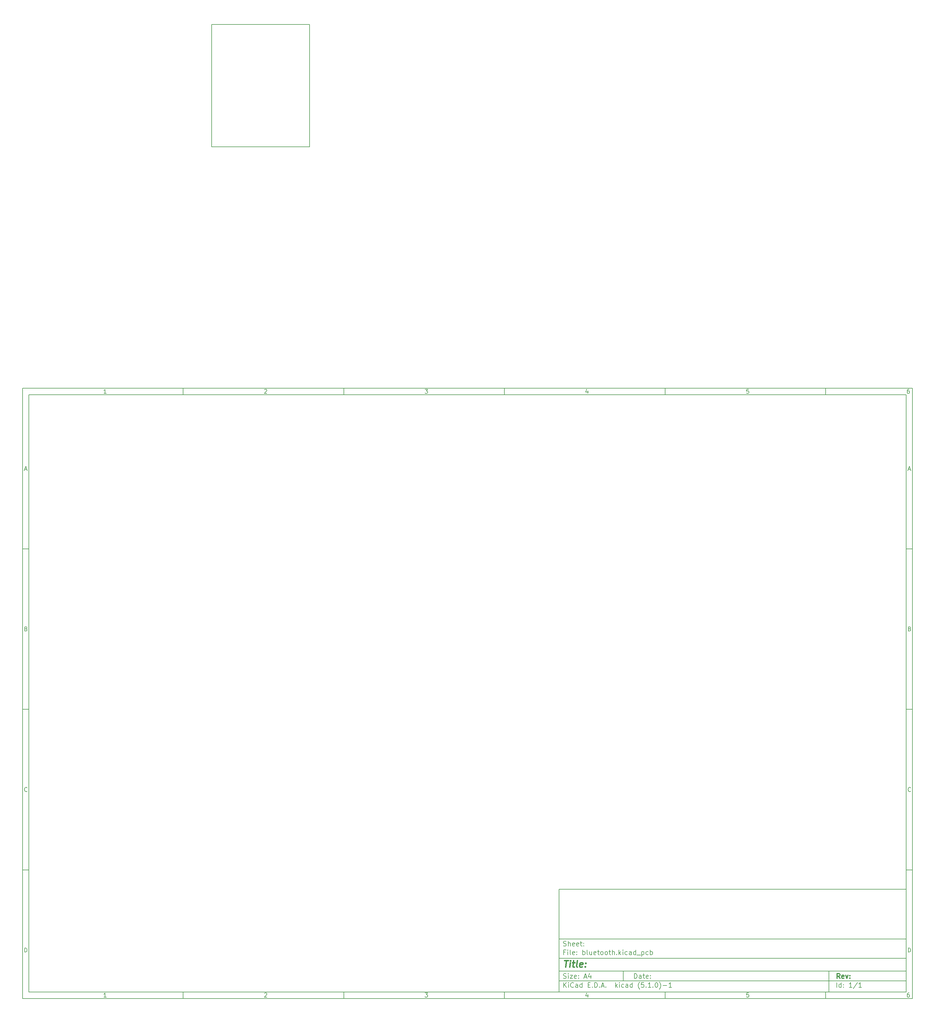
<source format=gbr>
G04 #@! TF.GenerationSoftware,KiCad,Pcbnew,(5.1.0)-1*
G04 #@! TF.CreationDate,2019-07-07T14:12:54+03:00*
G04 #@! TF.ProjectId,bluetooth,626c7565-746f-46f7-9468-2e6b69636164,rev?*
G04 #@! TF.SameCoordinates,Original*
G04 #@! TF.FileFunction,Profile,NP*
%FSLAX46Y46*%
G04 Gerber Fmt 4.6, Leading zero omitted, Abs format (unit mm)*
G04 Created by KiCad (PCBNEW (5.1.0)-1) date 2019-07-07 14:12:54*
%MOMM*%
%LPD*%
G04 APERTURE LIST*
%ADD10C,0.100000*%
%ADD11C,0.150000*%
%ADD12C,0.300000*%
%ADD13C,0.400000*%
%ADD14C,0.152400*%
G04 APERTURE END LIST*
D10*
D11*
X177002200Y-166007200D02*
X177002200Y-198007200D01*
X285002200Y-198007200D01*
X285002200Y-166007200D01*
X177002200Y-166007200D01*
D10*
D11*
X10000000Y-10000000D02*
X10000000Y-200007200D01*
X287002200Y-200007200D01*
X287002200Y-10000000D01*
X10000000Y-10000000D01*
D10*
D11*
X12000000Y-12000000D02*
X12000000Y-198007200D01*
X285002200Y-198007200D01*
X285002200Y-12000000D01*
X12000000Y-12000000D01*
D10*
D11*
X60000000Y-12000000D02*
X60000000Y-10000000D01*
D10*
D11*
X110000000Y-12000000D02*
X110000000Y-10000000D01*
D10*
D11*
X160000000Y-12000000D02*
X160000000Y-10000000D01*
D10*
D11*
X210000000Y-12000000D02*
X210000000Y-10000000D01*
D10*
D11*
X260000000Y-12000000D02*
X260000000Y-10000000D01*
D10*
D11*
X36065476Y-11588095D02*
X35322619Y-11588095D01*
X35694047Y-11588095D02*
X35694047Y-10288095D01*
X35570238Y-10473809D01*
X35446428Y-10597619D01*
X35322619Y-10659523D01*
D10*
D11*
X85322619Y-10411904D02*
X85384523Y-10350000D01*
X85508333Y-10288095D01*
X85817857Y-10288095D01*
X85941666Y-10350000D01*
X86003571Y-10411904D01*
X86065476Y-10535714D01*
X86065476Y-10659523D01*
X86003571Y-10845238D01*
X85260714Y-11588095D01*
X86065476Y-11588095D01*
D10*
D11*
X135260714Y-10288095D02*
X136065476Y-10288095D01*
X135632142Y-10783333D01*
X135817857Y-10783333D01*
X135941666Y-10845238D01*
X136003571Y-10907142D01*
X136065476Y-11030952D01*
X136065476Y-11340476D01*
X136003571Y-11464285D01*
X135941666Y-11526190D01*
X135817857Y-11588095D01*
X135446428Y-11588095D01*
X135322619Y-11526190D01*
X135260714Y-11464285D01*
D10*
D11*
X185941666Y-10721428D02*
X185941666Y-11588095D01*
X185632142Y-10226190D02*
X185322619Y-11154761D01*
X186127380Y-11154761D01*
D10*
D11*
X236003571Y-10288095D02*
X235384523Y-10288095D01*
X235322619Y-10907142D01*
X235384523Y-10845238D01*
X235508333Y-10783333D01*
X235817857Y-10783333D01*
X235941666Y-10845238D01*
X236003571Y-10907142D01*
X236065476Y-11030952D01*
X236065476Y-11340476D01*
X236003571Y-11464285D01*
X235941666Y-11526190D01*
X235817857Y-11588095D01*
X235508333Y-11588095D01*
X235384523Y-11526190D01*
X235322619Y-11464285D01*
D10*
D11*
X285941666Y-10288095D02*
X285694047Y-10288095D01*
X285570238Y-10350000D01*
X285508333Y-10411904D01*
X285384523Y-10597619D01*
X285322619Y-10845238D01*
X285322619Y-11340476D01*
X285384523Y-11464285D01*
X285446428Y-11526190D01*
X285570238Y-11588095D01*
X285817857Y-11588095D01*
X285941666Y-11526190D01*
X286003571Y-11464285D01*
X286065476Y-11340476D01*
X286065476Y-11030952D01*
X286003571Y-10907142D01*
X285941666Y-10845238D01*
X285817857Y-10783333D01*
X285570238Y-10783333D01*
X285446428Y-10845238D01*
X285384523Y-10907142D01*
X285322619Y-11030952D01*
D10*
D11*
X60000000Y-198007200D02*
X60000000Y-200007200D01*
D10*
D11*
X110000000Y-198007200D02*
X110000000Y-200007200D01*
D10*
D11*
X160000000Y-198007200D02*
X160000000Y-200007200D01*
D10*
D11*
X210000000Y-198007200D02*
X210000000Y-200007200D01*
D10*
D11*
X260000000Y-198007200D02*
X260000000Y-200007200D01*
D10*
D11*
X36065476Y-199595295D02*
X35322619Y-199595295D01*
X35694047Y-199595295D02*
X35694047Y-198295295D01*
X35570238Y-198481009D01*
X35446428Y-198604819D01*
X35322619Y-198666723D01*
D10*
D11*
X85322619Y-198419104D02*
X85384523Y-198357200D01*
X85508333Y-198295295D01*
X85817857Y-198295295D01*
X85941666Y-198357200D01*
X86003571Y-198419104D01*
X86065476Y-198542914D01*
X86065476Y-198666723D01*
X86003571Y-198852438D01*
X85260714Y-199595295D01*
X86065476Y-199595295D01*
D10*
D11*
X135260714Y-198295295D02*
X136065476Y-198295295D01*
X135632142Y-198790533D01*
X135817857Y-198790533D01*
X135941666Y-198852438D01*
X136003571Y-198914342D01*
X136065476Y-199038152D01*
X136065476Y-199347676D01*
X136003571Y-199471485D01*
X135941666Y-199533390D01*
X135817857Y-199595295D01*
X135446428Y-199595295D01*
X135322619Y-199533390D01*
X135260714Y-199471485D01*
D10*
D11*
X185941666Y-198728628D02*
X185941666Y-199595295D01*
X185632142Y-198233390D02*
X185322619Y-199161961D01*
X186127380Y-199161961D01*
D10*
D11*
X236003571Y-198295295D02*
X235384523Y-198295295D01*
X235322619Y-198914342D01*
X235384523Y-198852438D01*
X235508333Y-198790533D01*
X235817857Y-198790533D01*
X235941666Y-198852438D01*
X236003571Y-198914342D01*
X236065476Y-199038152D01*
X236065476Y-199347676D01*
X236003571Y-199471485D01*
X235941666Y-199533390D01*
X235817857Y-199595295D01*
X235508333Y-199595295D01*
X235384523Y-199533390D01*
X235322619Y-199471485D01*
D10*
D11*
X285941666Y-198295295D02*
X285694047Y-198295295D01*
X285570238Y-198357200D01*
X285508333Y-198419104D01*
X285384523Y-198604819D01*
X285322619Y-198852438D01*
X285322619Y-199347676D01*
X285384523Y-199471485D01*
X285446428Y-199533390D01*
X285570238Y-199595295D01*
X285817857Y-199595295D01*
X285941666Y-199533390D01*
X286003571Y-199471485D01*
X286065476Y-199347676D01*
X286065476Y-199038152D01*
X286003571Y-198914342D01*
X285941666Y-198852438D01*
X285817857Y-198790533D01*
X285570238Y-198790533D01*
X285446428Y-198852438D01*
X285384523Y-198914342D01*
X285322619Y-199038152D01*
D10*
D11*
X10000000Y-60000000D02*
X12000000Y-60000000D01*
D10*
D11*
X10000000Y-110000000D02*
X12000000Y-110000000D01*
D10*
D11*
X10000000Y-160000000D02*
X12000000Y-160000000D01*
D10*
D11*
X10690476Y-35216666D02*
X11309523Y-35216666D01*
X10566666Y-35588095D02*
X11000000Y-34288095D01*
X11433333Y-35588095D01*
D10*
D11*
X11092857Y-84907142D02*
X11278571Y-84969047D01*
X11340476Y-85030952D01*
X11402380Y-85154761D01*
X11402380Y-85340476D01*
X11340476Y-85464285D01*
X11278571Y-85526190D01*
X11154761Y-85588095D01*
X10659523Y-85588095D01*
X10659523Y-84288095D01*
X11092857Y-84288095D01*
X11216666Y-84350000D01*
X11278571Y-84411904D01*
X11340476Y-84535714D01*
X11340476Y-84659523D01*
X11278571Y-84783333D01*
X11216666Y-84845238D01*
X11092857Y-84907142D01*
X10659523Y-84907142D01*
D10*
D11*
X11402380Y-135464285D02*
X11340476Y-135526190D01*
X11154761Y-135588095D01*
X11030952Y-135588095D01*
X10845238Y-135526190D01*
X10721428Y-135402380D01*
X10659523Y-135278571D01*
X10597619Y-135030952D01*
X10597619Y-134845238D01*
X10659523Y-134597619D01*
X10721428Y-134473809D01*
X10845238Y-134350000D01*
X11030952Y-134288095D01*
X11154761Y-134288095D01*
X11340476Y-134350000D01*
X11402380Y-134411904D01*
D10*
D11*
X10659523Y-185588095D02*
X10659523Y-184288095D01*
X10969047Y-184288095D01*
X11154761Y-184350000D01*
X11278571Y-184473809D01*
X11340476Y-184597619D01*
X11402380Y-184845238D01*
X11402380Y-185030952D01*
X11340476Y-185278571D01*
X11278571Y-185402380D01*
X11154761Y-185526190D01*
X10969047Y-185588095D01*
X10659523Y-185588095D01*
D10*
D11*
X287002200Y-60000000D02*
X285002200Y-60000000D01*
D10*
D11*
X287002200Y-110000000D02*
X285002200Y-110000000D01*
D10*
D11*
X287002200Y-160000000D02*
X285002200Y-160000000D01*
D10*
D11*
X285692676Y-35216666D02*
X286311723Y-35216666D01*
X285568866Y-35588095D02*
X286002200Y-34288095D01*
X286435533Y-35588095D01*
D10*
D11*
X286095057Y-84907142D02*
X286280771Y-84969047D01*
X286342676Y-85030952D01*
X286404580Y-85154761D01*
X286404580Y-85340476D01*
X286342676Y-85464285D01*
X286280771Y-85526190D01*
X286156961Y-85588095D01*
X285661723Y-85588095D01*
X285661723Y-84288095D01*
X286095057Y-84288095D01*
X286218866Y-84350000D01*
X286280771Y-84411904D01*
X286342676Y-84535714D01*
X286342676Y-84659523D01*
X286280771Y-84783333D01*
X286218866Y-84845238D01*
X286095057Y-84907142D01*
X285661723Y-84907142D01*
D10*
D11*
X286404580Y-135464285D02*
X286342676Y-135526190D01*
X286156961Y-135588095D01*
X286033152Y-135588095D01*
X285847438Y-135526190D01*
X285723628Y-135402380D01*
X285661723Y-135278571D01*
X285599819Y-135030952D01*
X285599819Y-134845238D01*
X285661723Y-134597619D01*
X285723628Y-134473809D01*
X285847438Y-134350000D01*
X286033152Y-134288095D01*
X286156961Y-134288095D01*
X286342676Y-134350000D01*
X286404580Y-134411904D01*
D10*
D11*
X285661723Y-185588095D02*
X285661723Y-184288095D01*
X285971247Y-184288095D01*
X286156961Y-184350000D01*
X286280771Y-184473809D01*
X286342676Y-184597619D01*
X286404580Y-184845238D01*
X286404580Y-185030952D01*
X286342676Y-185278571D01*
X286280771Y-185402380D01*
X286156961Y-185526190D01*
X285971247Y-185588095D01*
X285661723Y-185588095D01*
D10*
D11*
X200434342Y-193785771D02*
X200434342Y-192285771D01*
X200791485Y-192285771D01*
X201005771Y-192357200D01*
X201148628Y-192500057D01*
X201220057Y-192642914D01*
X201291485Y-192928628D01*
X201291485Y-193142914D01*
X201220057Y-193428628D01*
X201148628Y-193571485D01*
X201005771Y-193714342D01*
X200791485Y-193785771D01*
X200434342Y-193785771D01*
X202577200Y-193785771D02*
X202577200Y-193000057D01*
X202505771Y-192857200D01*
X202362914Y-192785771D01*
X202077200Y-192785771D01*
X201934342Y-192857200D01*
X202577200Y-193714342D02*
X202434342Y-193785771D01*
X202077200Y-193785771D01*
X201934342Y-193714342D01*
X201862914Y-193571485D01*
X201862914Y-193428628D01*
X201934342Y-193285771D01*
X202077200Y-193214342D01*
X202434342Y-193214342D01*
X202577200Y-193142914D01*
X203077200Y-192785771D02*
X203648628Y-192785771D01*
X203291485Y-192285771D02*
X203291485Y-193571485D01*
X203362914Y-193714342D01*
X203505771Y-193785771D01*
X203648628Y-193785771D01*
X204720057Y-193714342D02*
X204577200Y-193785771D01*
X204291485Y-193785771D01*
X204148628Y-193714342D01*
X204077200Y-193571485D01*
X204077200Y-193000057D01*
X204148628Y-192857200D01*
X204291485Y-192785771D01*
X204577200Y-192785771D01*
X204720057Y-192857200D01*
X204791485Y-193000057D01*
X204791485Y-193142914D01*
X204077200Y-193285771D01*
X205434342Y-193642914D02*
X205505771Y-193714342D01*
X205434342Y-193785771D01*
X205362914Y-193714342D01*
X205434342Y-193642914D01*
X205434342Y-193785771D01*
X205434342Y-192857200D02*
X205505771Y-192928628D01*
X205434342Y-193000057D01*
X205362914Y-192928628D01*
X205434342Y-192857200D01*
X205434342Y-193000057D01*
D10*
D11*
X177002200Y-194507200D02*
X285002200Y-194507200D01*
D10*
D11*
X178434342Y-196585771D02*
X178434342Y-195085771D01*
X179291485Y-196585771D02*
X178648628Y-195728628D01*
X179291485Y-195085771D02*
X178434342Y-195942914D01*
X179934342Y-196585771D02*
X179934342Y-195585771D01*
X179934342Y-195085771D02*
X179862914Y-195157200D01*
X179934342Y-195228628D01*
X180005771Y-195157200D01*
X179934342Y-195085771D01*
X179934342Y-195228628D01*
X181505771Y-196442914D02*
X181434342Y-196514342D01*
X181220057Y-196585771D01*
X181077200Y-196585771D01*
X180862914Y-196514342D01*
X180720057Y-196371485D01*
X180648628Y-196228628D01*
X180577200Y-195942914D01*
X180577200Y-195728628D01*
X180648628Y-195442914D01*
X180720057Y-195300057D01*
X180862914Y-195157200D01*
X181077200Y-195085771D01*
X181220057Y-195085771D01*
X181434342Y-195157200D01*
X181505771Y-195228628D01*
X182791485Y-196585771D02*
X182791485Y-195800057D01*
X182720057Y-195657200D01*
X182577200Y-195585771D01*
X182291485Y-195585771D01*
X182148628Y-195657200D01*
X182791485Y-196514342D02*
X182648628Y-196585771D01*
X182291485Y-196585771D01*
X182148628Y-196514342D01*
X182077200Y-196371485D01*
X182077200Y-196228628D01*
X182148628Y-196085771D01*
X182291485Y-196014342D01*
X182648628Y-196014342D01*
X182791485Y-195942914D01*
X184148628Y-196585771D02*
X184148628Y-195085771D01*
X184148628Y-196514342D02*
X184005771Y-196585771D01*
X183720057Y-196585771D01*
X183577200Y-196514342D01*
X183505771Y-196442914D01*
X183434342Y-196300057D01*
X183434342Y-195871485D01*
X183505771Y-195728628D01*
X183577200Y-195657200D01*
X183720057Y-195585771D01*
X184005771Y-195585771D01*
X184148628Y-195657200D01*
X186005771Y-195800057D02*
X186505771Y-195800057D01*
X186720057Y-196585771D02*
X186005771Y-196585771D01*
X186005771Y-195085771D01*
X186720057Y-195085771D01*
X187362914Y-196442914D02*
X187434342Y-196514342D01*
X187362914Y-196585771D01*
X187291485Y-196514342D01*
X187362914Y-196442914D01*
X187362914Y-196585771D01*
X188077200Y-196585771D02*
X188077200Y-195085771D01*
X188434342Y-195085771D01*
X188648628Y-195157200D01*
X188791485Y-195300057D01*
X188862914Y-195442914D01*
X188934342Y-195728628D01*
X188934342Y-195942914D01*
X188862914Y-196228628D01*
X188791485Y-196371485D01*
X188648628Y-196514342D01*
X188434342Y-196585771D01*
X188077200Y-196585771D01*
X189577200Y-196442914D02*
X189648628Y-196514342D01*
X189577200Y-196585771D01*
X189505771Y-196514342D01*
X189577200Y-196442914D01*
X189577200Y-196585771D01*
X190220057Y-196157200D02*
X190934342Y-196157200D01*
X190077200Y-196585771D02*
X190577200Y-195085771D01*
X191077200Y-196585771D01*
X191577200Y-196442914D02*
X191648628Y-196514342D01*
X191577200Y-196585771D01*
X191505771Y-196514342D01*
X191577200Y-196442914D01*
X191577200Y-196585771D01*
X194577200Y-196585771D02*
X194577200Y-195085771D01*
X194720057Y-196014342D02*
X195148628Y-196585771D01*
X195148628Y-195585771D02*
X194577200Y-196157200D01*
X195791485Y-196585771D02*
X195791485Y-195585771D01*
X195791485Y-195085771D02*
X195720057Y-195157200D01*
X195791485Y-195228628D01*
X195862914Y-195157200D01*
X195791485Y-195085771D01*
X195791485Y-195228628D01*
X197148628Y-196514342D02*
X197005771Y-196585771D01*
X196720057Y-196585771D01*
X196577200Y-196514342D01*
X196505771Y-196442914D01*
X196434342Y-196300057D01*
X196434342Y-195871485D01*
X196505771Y-195728628D01*
X196577200Y-195657200D01*
X196720057Y-195585771D01*
X197005771Y-195585771D01*
X197148628Y-195657200D01*
X198434342Y-196585771D02*
X198434342Y-195800057D01*
X198362914Y-195657200D01*
X198220057Y-195585771D01*
X197934342Y-195585771D01*
X197791485Y-195657200D01*
X198434342Y-196514342D02*
X198291485Y-196585771D01*
X197934342Y-196585771D01*
X197791485Y-196514342D01*
X197720057Y-196371485D01*
X197720057Y-196228628D01*
X197791485Y-196085771D01*
X197934342Y-196014342D01*
X198291485Y-196014342D01*
X198434342Y-195942914D01*
X199791485Y-196585771D02*
X199791485Y-195085771D01*
X199791485Y-196514342D02*
X199648628Y-196585771D01*
X199362914Y-196585771D01*
X199220057Y-196514342D01*
X199148628Y-196442914D01*
X199077200Y-196300057D01*
X199077200Y-195871485D01*
X199148628Y-195728628D01*
X199220057Y-195657200D01*
X199362914Y-195585771D01*
X199648628Y-195585771D01*
X199791485Y-195657200D01*
X202077200Y-197157200D02*
X202005771Y-197085771D01*
X201862914Y-196871485D01*
X201791485Y-196728628D01*
X201720057Y-196514342D01*
X201648628Y-196157200D01*
X201648628Y-195871485D01*
X201720057Y-195514342D01*
X201791485Y-195300057D01*
X201862914Y-195157200D01*
X202005771Y-194942914D01*
X202077200Y-194871485D01*
X203362914Y-195085771D02*
X202648628Y-195085771D01*
X202577200Y-195800057D01*
X202648628Y-195728628D01*
X202791485Y-195657200D01*
X203148628Y-195657200D01*
X203291485Y-195728628D01*
X203362914Y-195800057D01*
X203434342Y-195942914D01*
X203434342Y-196300057D01*
X203362914Y-196442914D01*
X203291485Y-196514342D01*
X203148628Y-196585771D01*
X202791485Y-196585771D01*
X202648628Y-196514342D01*
X202577200Y-196442914D01*
X204077200Y-196442914D02*
X204148628Y-196514342D01*
X204077200Y-196585771D01*
X204005771Y-196514342D01*
X204077200Y-196442914D01*
X204077200Y-196585771D01*
X205577200Y-196585771D02*
X204720057Y-196585771D01*
X205148628Y-196585771D02*
X205148628Y-195085771D01*
X205005771Y-195300057D01*
X204862914Y-195442914D01*
X204720057Y-195514342D01*
X206220057Y-196442914D02*
X206291485Y-196514342D01*
X206220057Y-196585771D01*
X206148628Y-196514342D01*
X206220057Y-196442914D01*
X206220057Y-196585771D01*
X207220057Y-195085771D02*
X207362914Y-195085771D01*
X207505771Y-195157200D01*
X207577200Y-195228628D01*
X207648628Y-195371485D01*
X207720057Y-195657200D01*
X207720057Y-196014342D01*
X207648628Y-196300057D01*
X207577200Y-196442914D01*
X207505771Y-196514342D01*
X207362914Y-196585771D01*
X207220057Y-196585771D01*
X207077200Y-196514342D01*
X207005771Y-196442914D01*
X206934342Y-196300057D01*
X206862914Y-196014342D01*
X206862914Y-195657200D01*
X206934342Y-195371485D01*
X207005771Y-195228628D01*
X207077200Y-195157200D01*
X207220057Y-195085771D01*
X208220057Y-197157200D02*
X208291485Y-197085771D01*
X208434342Y-196871485D01*
X208505771Y-196728628D01*
X208577200Y-196514342D01*
X208648628Y-196157200D01*
X208648628Y-195871485D01*
X208577200Y-195514342D01*
X208505771Y-195300057D01*
X208434342Y-195157200D01*
X208291485Y-194942914D01*
X208220057Y-194871485D01*
X209362914Y-196014342D02*
X210505771Y-196014342D01*
X212005771Y-196585771D02*
X211148628Y-196585771D01*
X211577200Y-196585771D02*
X211577200Y-195085771D01*
X211434342Y-195300057D01*
X211291485Y-195442914D01*
X211148628Y-195514342D01*
D10*
D11*
X177002200Y-191507200D02*
X285002200Y-191507200D01*
D10*
D12*
X264411485Y-193785771D02*
X263911485Y-193071485D01*
X263554342Y-193785771D02*
X263554342Y-192285771D01*
X264125771Y-192285771D01*
X264268628Y-192357200D01*
X264340057Y-192428628D01*
X264411485Y-192571485D01*
X264411485Y-192785771D01*
X264340057Y-192928628D01*
X264268628Y-193000057D01*
X264125771Y-193071485D01*
X263554342Y-193071485D01*
X265625771Y-193714342D02*
X265482914Y-193785771D01*
X265197200Y-193785771D01*
X265054342Y-193714342D01*
X264982914Y-193571485D01*
X264982914Y-193000057D01*
X265054342Y-192857200D01*
X265197200Y-192785771D01*
X265482914Y-192785771D01*
X265625771Y-192857200D01*
X265697200Y-193000057D01*
X265697200Y-193142914D01*
X264982914Y-193285771D01*
X266197200Y-192785771D02*
X266554342Y-193785771D01*
X266911485Y-192785771D01*
X267482914Y-193642914D02*
X267554342Y-193714342D01*
X267482914Y-193785771D01*
X267411485Y-193714342D01*
X267482914Y-193642914D01*
X267482914Y-193785771D01*
X267482914Y-192857200D02*
X267554342Y-192928628D01*
X267482914Y-193000057D01*
X267411485Y-192928628D01*
X267482914Y-192857200D01*
X267482914Y-193000057D01*
D10*
D11*
X178362914Y-193714342D02*
X178577200Y-193785771D01*
X178934342Y-193785771D01*
X179077200Y-193714342D01*
X179148628Y-193642914D01*
X179220057Y-193500057D01*
X179220057Y-193357200D01*
X179148628Y-193214342D01*
X179077200Y-193142914D01*
X178934342Y-193071485D01*
X178648628Y-193000057D01*
X178505771Y-192928628D01*
X178434342Y-192857200D01*
X178362914Y-192714342D01*
X178362914Y-192571485D01*
X178434342Y-192428628D01*
X178505771Y-192357200D01*
X178648628Y-192285771D01*
X179005771Y-192285771D01*
X179220057Y-192357200D01*
X179862914Y-193785771D02*
X179862914Y-192785771D01*
X179862914Y-192285771D02*
X179791485Y-192357200D01*
X179862914Y-192428628D01*
X179934342Y-192357200D01*
X179862914Y-192285771D01*
X179862914Y-192428628D01*
X180434342Y-192785771D02*
X181220057Y-192785771D01*
X180434342Y-193785771D01*
X181220057Y-193785771D01*
X182362914Y-193714342D02*
X182220057Y-193785771D01*
X181934342Y-193785771D01*
X181791485Y-193714342D01*
X181720057Y-193571485D01*
X181720057Y-193000057D01*
X181791485Y-192857200D01*
X181934342Y-192785771D01*
X182220057Y-192785771D01*
X182362914Y-192857200D01*
X182434342Y-193000057D01*
X182434342Y-193142914D01*
X181720057Y-193285771D01*
X183077200Y-193642914D02*
X183148628Y-193714342D01*
X183077200Y-193785771D01*
X183005771Y-193714342D01*
X183077200Y-193642914D01*
X183077200Y-193785771D01*
X183077200Y-192857200D02*
X183148628Y-192928628D01*
X183077200Y-193000057D01*
X183005771Y-192928628D01*
X183077200Y-192857200D01*
X183077200Y-193000057D01*
X184862914Y-193357200D02*
X185577200Y-193357200D01*
X184720057Y-193785771D02*
X185220057Y-192285771D01*
X185720057Y-193785771D01*
X186862914Y-192785771D02*
X186862914Y-193785771D01*
X186505771Y-192214342D02*
X186148628Y-193285771D01*
X187077200Y-193285771D01*
D10*
D11*
X263434342Y-196585771D02*
X263434342Y-195085771D01*
X264791485Y-196585771D02*
X264791485Y-195085771D01*
X264791485Y-196514342D02*
X264648628Y-196585771D01*
X264362914Y-196585771D01*
X264220057Y-196514342D01*
X264148628Y-196442914D01*
X264077200Y-196300057D01*
X264077200Y-195871485D01*
X264148628Y-195728628D01*
X264220057Y-195657200D01*
X264362914Y-195585771D01*
X264648628Y-195585771D01*
X264791485Y-195657200D01*
X265505771Y-196442914D02*
X265577200Y-196514342D01*
X265505771Y-196585771D01*
X265434342Y-196514342D01*
X265505771Y-196442914D01*
X265505771Y-196585771D01*
X265505771Y-195657200D02*
X265577200Y-195728628D01*
X265505771Y-195800057D01*
X265434342Y-195728628D01*
X265505771Y-195657200D01*
X265505771Y-195800057D01*
X268148628Y-196585771D02*
X267291485Y-196585771D01*
X267720057Y-196585771D02*
X267720057Y-195085771D01*
X267577200Y-195300057D01*
X267434342Y-195442914D01*
X267291485Y-195514342D01*
X269862914Y-195014342D02*
X268577200Y-196942914D01*
X271148628Y-196585771D02*
X270291485Y-196585771D01*
X270720057Y-196585771D02*
X270720057Y-195085771D01*
X270577200Y-195300057D01*
X270434342Y-195442914D01*
X270291485Y-195514342D01*
D10*
D11*
X177002200Y-187507200D02*
X285002200Y-187507200D01*
D10*
D13*
X178714580Y-188211961D02*
X179857438Y-188211961D01*
X179036009Y-190211961D02*
X179286009Y-188211961D01*
X180274104Y-190211961D02*
X180440771Y-188878628D01*
X180524104Y-188211961D02*
X180416961Y-188307200D01*
X180500295Y-188402438D01*
X180607438Y-188307200D01*
X180524104Y-188211961D01*
X180500295Y-188402438D01*
X181107438Y-188878628D02*
X181869342Y-188878628D01*
X181476485Y-188211961D02*
X181262200Y-189926247D01*
X181333628Y-190116723D01*
X181512200Y-190211961D01*
X181702676Y-190211961D01*
X182655057Y-190211961D02*
X182476485Y-190116723D01*
X182405057Y-189926247D01*
X182619342Y-188211961D01*
X184190771Y-190116723D02*
X183988390Y-190211961D01*
X183607438Y-190211961D01*
X183428866Y-190116723D01*
X183357438Y-189926247D01*
X183452676Y-189164342D01*
X183571723Y-188973866D01*
X183774104Y-188878628D01*
X184155057Y-188878628D01*
X184333628Y-188973866D01*
X184405057Y-189164342D01*
X184381247Y-189354819D01*
X183405057Y-189545295D01*
X185155057Y-190021485D02*
X185238390Y-190116723D01*
X185131247Y-190211961D01*
X185047914Y-190116723D01*
X185155057Y-190021485D01*
X185131247Y-190211961D01*
X185286009Y-188973866D02*
X185369342Y-189069104D01*
X185262200Y-189164342D01*
X185178866Y-189069104D01*
X185286009Y-188973866D01*
X185262200Y-189164342D01*
D10*
D11*
X178934342Y-185600057D02*
X178434342Y-185600057D01*
X178434342Y-186385771D02*
X178434342Y-184885771D01*
X179148628Y-184885771D01*
X179720057Y-186385771D02*
X179720057Y-185385771D01*
X179720057Y-184885771D02*
X179648628Y-184957200D01*
X179720057Y-185028628D01*
X179791485Y-184957200D01*
X179720057Y-184885771D01*
X179720057Y-185028628D01*
X180648628Y-186385771D02*
X180505771Y-186314342D01*
X180434342Y-186171485D01*
X180434342Y-184885771D01*
X181791485Y-186314342D02*
X181648628Y-186385771D01*
X181362914Y-186385771D01*
X181220057Y-186314342D01*
X181148628Y-186171485D01*
X181148628Y-185600057D01*
X181220057Y-185457200D01*
X181362914Y-185385771D01*
X181648628Y-185385771D01*
X181791485Y-185457200D01*
X181862914Y-185600057D01*
X181862914Y-185742914D01*
X181148628Y-185885771D01*
X182505771Y-186242914D02*
X182577200Y-186314342D01*
X182505771Y-186385771D01*
X182434342Y-186314342D01*
X182505771Y-186242914D01*
X182505771Y-186385771D01*
X182505771Y-185457200D02*
X182577200Y-185528628D01*
X182505771Y-185600057D01*
X182434342Y-185528628D01*
X182505771Y-185457200D01*
X182505771Y-185600057D01*
X184362914Y-186385771D02*
X184362914Y-184885771D01*
X184362914Y-185457200D02*
X184505771Y-185385771D01*
X184791485Y-185385771D01*
X184934342Y-185457200D01*
X185005771Y-185528628D01*
X185077200Y-185671485D01*
X185077200Y-186100057D01*
X185005771Y-186242914D01*
X184934342Y-186314342D01*
X184791485Y-186385771D01*
X184505771Y-186385771D01*
X184362914Y-186314342D01*
X185934342Y-186385771D02*
X185791485Y-186314342D01*
X185720057Y-186171485D01*
X185720057Y-184885771D01*
X187148628Y-185385771D02*
X187148628Y-186385771D01*
X186505771Y-185385771D02*
X186505771Y-186171485D01*
X186577200Y-186314342D01*
X186720057Y-186385771D01*
X186934342Y-186385771D01*
X187077200Y-186314342D01*
X187148628Y-186242914D01*
X188434342Y-186314342D02*
X188291485Y-186385771D01*
X188005771Y-186385771D01*
X187862914Y-186314342D01*
X187791485Y-186171485D01*
X187791485Y-185600057D01*
X187862914Y-185457200D01*
X188005771Y-185385771D01*
X188291485Y-185385771D01*
X188434342Y-185457200D01*
X188505771Y-185600057D01*
X188505771Y-185742914D01*
X187791485Y-185885771D01*
X188934342Y-185385771D02*
X189505771Y-185385771D01*
X189148628Y-184885771D02*
X189148628Y-186171485D01*
X189220057Y-186314342D01*
X189362914Y-186385771D01*
X189505771Y-186385771D01*
X190220057Y-186385771D02*
X190077200Y-186314342D01*
X190005771Y-186242914D01*
X189934342Y-186100057D01*
X189934342Y-185671485D01*
X190005771Y-185528628D01*
X190077200Y-185457200D01*
X190220057Y-185385771D01*
X190434342Y-185385771D01*
X190577200Y-185457200D01*
X190648628Y-185528628D01*
X190720057Y-185671485D01*
X190720057Y-186100057D01*
X190648628Y-186242914D01*
X190577200Y-186314342D01*
X190434342Y-186385771D01*
X190220057Y-186385771D01*
X191577200Y-186385771D02*
X191434342Y-186314342D01*
X191362914Y-186242914D01*
X191291485Y-186100057D01*
X191291485Y-185671485D01*
X191362914Y-185528628D01*
X191434342Y-185457200D01*
X191577200Y-185385771D01*
X191791485Y-185385771D01*
X191934342Y-185457200D01*
X192005771Y-185528628D01*
X192077200Y-185671485D01*
X192077200Y-186100057D01*
X192005771Y-186242914D01*
X191934342Y-186314342D01*
X191791485Y-186385771D01*
X191577200Y-186385771D01*
X192505771Y-185385771D02*
X193077200Y-185385771D01*
X192720057Y-184885771D02*
X192720057Y-186171485D01*
X192791485Y-186314342D01*
X192934342Y-186385771D01*
X193077200Y-186385771D01*
X193577200Y-186385771D02*
X193577200Y-184885771D01*
X194220057Y-186385771D02*
X194220057Y-185600057D01*
X194148628Y-185457200D01*
X194005771Y-185385771D01*
X193791485Y-185385771D01*
X193648628Y-185457200D01*
X193577200Y-185528628D01*
X194934342Y-186242914D02*
X195005771Y-186314342D01*
X194934342Y-186385771D01*
X194862914Y-186314342D01*
X194934342Y-186242914D01*
X194934342Y-186385771D01*
X195648628Y-186385771D02*
X195648628Y-184885771D01*
X195791485Y-185814342D02*
X196220057Y-186385771D01*
X196220057Y-185385771D02*
X195648628Y-185957200D01*
X196862914Y-186385771D02*
X196862914Y-185385771D01*
X196862914Y-184885771D02*
X196791485Y-184957200D01*
X196862914Y-185028628D01*
X196934342Y-184957200D01*
X196862914Y-184885771D01*
X196862914Y-185028628D01*
X198220057Y-186314342D02*
X198077200Y-186385771D01*
X197791485Y-186385771D01*
X197648628Y-186314342D01*
X197577200Y-186242914D01*
X197505771Y-186100057D01*
X197505771Y-185671485D01*
X197577200Y-185528628D01*
X197648628Y-185457200D01*
X197791485Y-185385771D01*
X198077200Y-185385771D01*
X198220057Y-185457200D01*
X199505771Y-186385771D02*
X199505771Y-185600057D01*
X199434342Y-185457200D01*
X199291485Y-185385771D01*
X199005771Y-185385771D01*
X198862914Y-185457200D01*
X199505771Y-186314342D02*
X199362914Y-186385771D01*
X199005771Y-186385771D01*
X198862914Y-186314342D01*
X198791485Y-186171485D01*
X198791485Y-186028628D01*
X198862914Y-185885771D01*
X199005771Y-185814342D01*
X199362914Y-185814342D01*
X199505771Y-185742914D01*
X200862914Y-186385771D02*
X200862914Y-184885771D01*
X200862914Y-186314342D02*
X200720057Y-186385771D01*
X200434342Y-186385771D01*
X200291485Y-186314342D01*
X200220057Y-186242914D01*
X200148628Y-186100057D01*
X200148628Y-185671485D01*
X200220057Y-185528628D01*
X200291485Y-185457200D01*
X200434342Y-185385771D01*
X200720057Y-185385771D01*
X200862914Y-185457200D01*
X201220057Y-186528628D02*
X202362914Y-186528628D01*
X202720057Y-185385771D02*
X202720057Y-186885771D01*
X202720057Y-185457200D02*
X202862914Y-185385771D01*
X203148628Y-185385771D01*
X203291485Y-185457200D01*
X203362914Y-185528628D01*
X203434342Y-185671485D01*
X203434342Y-186100057D01*
X203362914Y-186242914D01*
X203291485Y-186314342D01*
X203148628Y-186385771D01*
X202862914Y-186385771D01*
X202720057Y-186314342D01*
X204720057Y-186314342D02*
X204577200Y-186385771D01*
X204291485Y-186385771D01*
X204148628Y-186314342D01*
X204077200Y-186242914D01*
X204005771Y-186100057D01*
X204005771Y-185671485D01*
X204077200Y-185528628D01*
X204148628Y-185457200D01*
X204291485Y-185385771D01*
X204577200Y-185385771D01*
X204720057Y-185457200D01*
X205362914Y-186385771D02*
X205362914Y-184885771D01*
X205362914Y-185457200D02*
X205505771Y-185385771D01*
X205791485Y-185385771D01*
X205934342Y-185457200D01*
X206005771Y-185528628D01*
X206077200Y-185671485D01*
X206077200Y-186100057D01*
X206005771Y-186242914D01*
X205934342Y-186314342D01*
X205791485Y-186385771D01*
X205505771Y-186385771D01*
X205362914Y-186314342D01*
D10*
D11*
X177002200Y-181507200D02*
X285002200Y-181507200D01*
D10*
D11*
X178362914Y-183614342D02*
X178577200Y-183685771D01*
X178934342Y-183685771D01*
X179077200Y-183614342D01*
X179148628Y-183542914D01*
X179220057Y-183400057D01*
X179220057Y-183257200D01*
X179148628Y-183114342D01*
X179077200Y-183042914D01*
X178934342Y-182971485D01*
X178648628Y-182900057D01*
X178505771Y-182828628D01*
X178434342Y-182757200D01*
X178362914Y-182614342D01*
X178362914Y-182471485D01*
X178434342Y-182328628D01*
X178505771Y-182257200D01*
X178648628Y-182185771D01*
X179005771Y-182185771D01*
X179220057Y-182257200D01*
X179862914Y-183685771D02*
X179862914Y-182185771D01*
X180505771Y-183685771D02*
X180505771Y-182900057D01*
X180434342Y-182757200D01*
X180291485Y-182685771D01*
X180077200Y-182685771D01*
X179934342Y-182757200D01*
X179862914Y-182828628D01*
X181791485Y-183614342D02*
X181648628Y-183685771D01*
X181362914Y-183685771D01*
X181220057Y-183614342D01*
X181148628Y-183471485D01*
X181148628Y-182900057D01*
X181220057Y-182757200D01*
X181362914Y-182685771D01*
X181648628Y-182685771D01*
X181791485Y-182757200D01*
X181862914Y-182900057D01*
X181862914Y-183042914D01*
X181148628Y-183185771D01*
X183077200Y-183614342D02*
X182934342Y-183685771D01*
X182648628Y-183685771D01*
X182505771Y-183614342D01*
X182434342Y-183471485D01*
X182434342Y-182900057D01*
X182505771Y-182757200D01*
X182648628Y-182685771D01*
X182934342Y-182685771D01*
X183077200Y-182757200D01*
X183148628Y-182900057D01*
X183148628Y-183042914D01*
X182434342Y-183185771D01*
X183577200Y-182685771D02*
X184148628Y-182685771D01*
X183791485Y-182185771D02*
X183791485Y-183471485D01*
X183862914Y-183614342D01*
X184005771Y-183685771D01*
X184148628Y-183685771D01*
X184648628Y-183542914D02*
X184720057Y-183614342D01*
X184648628Y-183685771D01*
X184577200Y-183614342D01*
X184648628Y-183542914D01*
X184648628Y-183685771D01*
X184648628Y-182757200D02*
X184720057Y-182828628D01*
X184648628Y-182900057D01*
X184577200Y-182828628D01*
X184648628Y-182757200D01*
X184648628Y-182900057D01*
D10*
D11*
X197002200Y-191507200D02*
X197002200Y-194507200D01*
D10*
D11*
X261002200Y-191507200D02*
X261002200Y-198007200D01*
D14*
X68865940Y65171620D02*
X99345940Y65171620D01*
X68865940Y65171620D02*
X68865940Y103271620D01*
X99345940Y65171620D02*
X99345940Y103271620D01*
X68865940Y103271620D02*
X99345940Y103271620D01*
M02*

</source>
